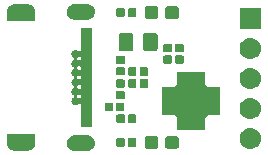
<source format=gbr>
G04 #@! TF.GenerationSoftware,KiCad,Pcbnew,5.1.1*
G04 #@! TF.CreationDate,2019-04-20T22:30:45+02:00*
G04 #@! TF.ProjectId,darling,6461726c-696e-4672-9e6b-696361645f70,rev?*
G04 #@! TF.SameCoordinates,Original*
G04 #@! TF.FileFunction,Soldermask,Top*
G04 #@! TF.FilePolarity,Negative*
%FSLAX46Y46*%
G04 Gerber Fmt 4.6, Leading zero omitted, Abs format (unit mm)*
G04 Created by KiCad (PCBNEW 5.1.1) date 2019-04-20 22:30:45*
%MOMM*%
%LPD*%
G04 APERTURE LIST*
%ADD10C,0.100000*%
G04 APERTURE END LIST*
D10*
G36*
X120759802Y-128250723D02*
G01*
X120769225Y-128253581D01*
X120769227Y-128253582D01*
X120777913Y-128258225D01*
X120777914Y-128258226D01*
X120777916Y-128258227D01*
X120785527Y-128264473D01*
X120791773Y-128272084D01*
X120796419Y-128280775D01*
X120799277Y-128290198D01*
X120800847Y-128306141D01*
X120800847Y-129043856D01*
X120800798Y-129044354D01*
X120800358Y-129053988D01*
X120800325Y-129053987D01*
X120799734Y-129068089D01*
X120792110Y-129151851D01*
X120790356Y-129163440D01*
X120788528Y-129172346D01*
X120788189Y-129174058D01*
X120786449Y-129183181D01*
X120783838Y-129193971D01*
X120760103Y-129274617D01*
X120756129Y-129285653D01*
X120752613Y-129294019D01*
X120751952Y-129295623D01*
X120748456Y-129304274D01*
X120743806Y-129314337D01*
X120704864Y-129388825D01*
X120698815Y-129398894D01*
X120693745Y-129406410D01*
X120692770Y-129407877D01*
X120687664Y-129415680D01*
X120681163Y-129424630D01*
X120628477Y-129490158D01*
X120620599Y-129498845D01*
X120614138Y-129505261D01*
X120612909Y-129506498D01*
X120606388Y-129513157D01*
X120598279Y-129520666D01*
X120533839Y-129574738D01*
X120524472Y-129581692D01*
X120516844Y-129586760D01*
X120515405Y-129587731D01*
X120507743Y-129592977D01*
X120498324Y-129598772D01*
X120424601Y-129639302D01*
X120414079Y-129644296D01*
X120405655Y-129647768D01*
X120404046Y-129648445D01*
X120395474Y-129652119D01*
X120385086Y-129655982D01*
X120304962Y-129681398D01*
X120293572Y-129684280D01*
X120284649Y-129686047D01*
X120282939Y-129686398D01*
X120273854Y-129688329D01*
X120262908Y-129690102D01*
X120179378Y-129699472D01*
X120169084Y-129700012D01*
X120168653Y-129700035D01*
X120154632Y-129700819D01*
X120151535Y-129700841D01*
X120150953Y-129700843D01*
X120150082Y-129700843D01*
X120149917Y-129700847D01*
X119050700Y-129700847D01*
X119040439Y-129700237D01*
X119039130Y-129700166D01*
X119027347Y-129699589D01*
X118943703Y-129691388D01*
X118932103Y-129689550D01*
X118923226Y-129687664D01*
X118921520Y-129687314D01*
X118912364Y-129685501D01*
X118901625Y-129682824D01*
X118821376Y-129658596D01*
X118821085Y-129658503D01*
X118810120Y-129654469D01*
X118801713Y-129650866D01*
X118800104Y-129650190D01*
X118791549Y-129646664D01*
X118781518Y-129641944D01*
X118707319Y-129602492D01*
X118697282Y-129596365D01*
X118689849Y-129591275D01*
X118688400Y-129590298D01*
X118680586Y-129585107D01*
X118671654Y-129578521D01*
X118606514Y-129525393D01*
X118597882Y-129517455D01*
X118591516Y-129510955D01*
X118590297Y-129509728D01*
X118583681Y-129503157D01*
X118576215Y-129494979D01*
X118522612Y-129430186D01*
X118515697Y-129420736D01*
X118510724Y-129413137D01*
X118509759Y-129411685D01*
X118504545Y-129403955D01*
X118498809Y-129394484D01*
X118458797Y-129320483D01*
X118453867Y-129309904D01*
X118450461Y-129301474D01*
X118449798Y-129299866D01*
X118446182Y-129291263D01*
X118442396Y-129280860D01*
X118417466Y-129200324D01*
X118417290Y-129199549D01*
X118414734Y-129189146D01*
X118413027Y-129180201D01*
X118412691Y-129178505D01*
X118410818Y-129169379D01*
X118409125Y-129158440D01*
X118400337Y-129074830D01*
X118399806Y-129063114D01*
X118399842Y-129057893D01*
X118399243Y-129044771D01*
X118399153Y-129043857D01*
X118399153Y-128306141D01*
X118400723Y-128290198D01*
X118403581Y-128280775D01*
X118408227Y-128272084D01*
X118414473Y-128264473D01*
X118422084Y-128258227D01*
X118422086Y-128258226D01*
X118422087Y-128258225D01*
X118430773Y-128253582D01*
X118430775Y-128253581D01*
X118440198Y-128250723D01*
X118456141Y-128249153D01*
X120743859Y-128249153D01*
X120759802Y-128250723D01*
X120759802Y-128250723D01*
G37*
G36*
X125315486Y-128408229D02*
G01*
X125327423Y-128409405D01*
X125388685Y-128427989D01*
X125449948Y-128446573D01*
X125562868Y-128506930D01*
X125661843Y-128588157D01*
X125743070Y-128687132D01*
X125803427Y-128800052D01*
X125840595Y-128922578D01*
X125853145Y-129050000D01*
X125843052Y-129152471D01*
X125840595Y-129177423D01*
X125839752Y-129180201D01*
X125803427Y-129299948D01*
X125743070Y-129412868D01*
X125661843Y-129511843D01*
X125562868Y-129593070D01*
X125449948Y-129653427D01*
X125388685Y-129672011D01*
X125327423Y-129690595D01*
X125319371Y-129691388D01*
X125231932Y-129700000D01*
X124068068Y-129700000D01*
X123980629Y-129691388D01*
X123972577Y-129690595D01*
X123911315Y-129672011D01*
X123850052Y-129653427D01*
X123737132Y-129593070D01*
X123638157Y-129511843D01*
X123556930Y-129412868D01*
X123496573Y-129299948D01*
X123460248Y-129180201D01*
X123459405Y-129177423D01*
X123456948Y-129152471D01*
X123446855Y-129050000D01*
X123459405Y-128922578D01*
X123496573Y-128800052D01*
X123556930Y-128687132D01*
X123638157Y-128588157D01*
X123737132Y-128506930D01*
X123850052Y-128446573D01*
X123911315Y-128427989D01*
X123972577Y-128409405D01*
X123984514Y-128408229D01*
X124068068Y-128400000D01*
X125231932Y-128400000D01*
X125315486Y-128408229D01*
X125315486Y-128408229D01*
G37*
G36*
X139110443Y-127765519D02*
G01*
X139176627Y-127772037D01*
X139346466Y-127823557D01*
X139502991Y-127907222D01*
X139538729Y-127936552D01*
X139640186Y-128019814D01*
X139723448Y-128121271D01*
X139752778Y-128157009D01*
X139752779Y-128157011D01*
X139806880Y-128258225D01*
X139836443Y-128313534D01*
X139887963Y-128483373D01*
X139905359Y-128660000D01*
X139887963Y-128836627D01*
X139861890Y-128922577D01*
X139836442Y-129006468D01*
X139807774Y-129060102D01*
X139752778Y-129162991D01*
X139738654Y-129180201D01*
X139640186Y-129300186D01*
X139538729Y-129383448D01*
X139502991Y-129412778D01*
X139502319Y-129413137D01*
X139355325Y-129491708D01*
X139346466Y-129496443D01*
X139176627Y-129547963D01*
X139110443Y-129554481D01*
X139044260Y-129561000D01*
X138955740Y-129561000D01*
X138889557Y-129554481D01*
X138823373Y-129547963D01*
X138653534Y-129496443D01*
X138644676Y-129491708D01*
X138497681Y-129413137D01*
X138497009Y-129412778D01*
X138461271Y-129383448D01*
X138359814Y-129300186D01*
X138261346Y-129180201D01*
X138247222Y-129162991D01*
X138192226Y-129060102D01*
X138163558Y-129006468D01*
X138138110Y-128922577D01*
X138112037Y-128836627D01*
X138094641Y-128660000D01*
X138112037Y-128483373D01*
X138163557Y-128313534D01*
X138193121Y-128258225D01*
X138247221Y-128157011D01*
X138247222Y-128157009D01*
X138276552Y-128121271D01*
X138359814Y-128019814D01*
X138461271Y-127936552D01*
X138497009Y-127907222D01*
X138653534Y-127823557D01*
X138823373Y-127772037D01*
X138889557Y-127765519D01*
X138955740Y-127759000D01*
X139044260Y-127759000D01*
X139110443Y-127765519D01*
X139110443Y-127765519D01*
G37*
G36*
X132789499Y-128478445D02*
G01*
X132826995Y-128489820D01*
X132861554Y-128508292D01*
X132891847Y-128533153D01*
X132916708Y-128563446D01*
X132935180Y-128598005D01*
X132946555Y-128635501D01*
X132951000Y-128680638D01*
X132951000Y-129319362D01*
X132946555Y-129364499D01*
X132935180Y-129401995D01*
X132916708Y-129436554D01*
X132891847Y-129466847D01*
X132861554Y-129491708D01*
X132826995Y-129510180D01*
X132789499Y-129521555D01*
X132744362Y-129526000D01*
X132005638Y-129526000D01*
X131960501Y-129521555D01*
X131923005Y-129510180D01*
X131888446Y-129491708D01*
X131858153Y-129466847D01*
X131833292Y-129436554D01*
X131814820Y-129401995D01*
X131803445Y-129364499D01*
X131799000Y-129319362D01*
X131799000Y-128680638D01*
X131803445Y-128635501D01*
X131814820Y-128598005D01*
X131833292Y-128563446D01*
X131858153Y-128533153D01*
X131888446Y-128508292D01*
X131923005Y-128489820D01*
X131960501Y-128478445D01*
X132005638Y-128474000D01*
X132744362Y-128474000D01*
X132789499Y-128478445D01*
X132789499Y-128478445D01*
G37*
G36*
X131039499Y-128478445D02*
G01*
X131076995Y-128489820D01*
X131111554Y-128508292D01*
X131141847Y-128533153D01*
X131166708Y-128563446D01*
X131185180Y-128598005D01*
X131196555Y-128635501D01*
X131201000Y-128680638D01*
X131201000Y-129319362D01*
X131196555Y-129364499D01*
X131185180Y-129401995D01*
X131166708Y-129436554D01*
X131141847Y-129466847D01*
X131111554Y-129491708D01*
X131076995Y-129510180D01*
X131039499Y-129521555D01*
X130994362Y-129526000D01*
X130255638Y-129526000D01*
X130210501Y-129521555D01*
X130173005Y-129510180D01*
X130138446Y-129491708D01*
X130108153Y-129466847D01*
X130083292Y-129436554D01*
X130064820Y-129401995D01*
X130053445Y-129364499D01*
X130049000Y-129319362D01*
X130049000Y-128680638D01*
X130053445Y-128635501D01*
X130064820Y-128598005D01*
X130083292Y-128563446D01*
X130108153Y-128533153D01*
X130138446Y-128508292D01*
X130173005Y-128489820D01*
X130210501Y-128478445D01*
X130255638Y-128474000D01*
X130994362Y-128474000D01*
X131039499Y-128478445D01*
X131039499Y-128478445D01*
G37*
G36*
X128271938Y-128631716D02*
G01*
X128292557Y-128637971D01*
X128311553Y-128648124D01*
X128328208Y-128661792D01*
X128341876Y-128678447D01*
X128352029Y-128697443D01*
X128358284Y-128718062D01*
X128361000Y-128745640D01*
X128361000Y-129254360D01*
X128358284Y-129281938D01*
X128352029Y-129302557D01*
X128341876Y-129321553D01*
X128328208Y-129338208D01*
X128311553Y-129351876D01*
X128292557Y-129362029D01*
X128271938Y-129368284D01*
X128244360Y-129371000D01*
X127785640Y-129371000D01*
X127758062Y-129368284D01*
X127737443Y-129362029D01*
X127718447Y-129351876D01*
X127701792Y-129338208D01*
X127688124Y-129321553D01*
X127677971Y-129302557D01*
X127671716Y-129281938D01*
X127669000Y-129254360D01*
X127669000Y-128745640D01*
X127671716Y-128718062D01*
X127677971Y-128697443D01*
X127688124Y-128678447D01*
X127701792Y-128661792D01*
X127718447Y-128648124D01*
X127737443Y-128637971D01*
X127758062Y-128631716D01*
X127785640Y-128629000D01*
X128244360Y-128629000D01*
X128271938Y-128631716D01*
X128271938Y-128631716D01*
G37*
G36*
X129241938Y-128631716D02*
G01*
X129262557Y-128637971D01*
X129281553Y-128648124D01*
X129298208Y-128661792D01*
X129311876Y-128678447D01*
X129322029Y-128697443D01*
X129328284Y-128718062D01*
X129331000Y-128745640D01*
X129331000Y-129254360D01*
X129328284Y-129281938D01*
X129322029Y-129302557D01*
X129311876Y-129321553D01*
X129298208Y-129338208D01*
X129281553Y-129351876D01*
X129262557Y-129362029D01*
X129241938Y-129368284D01*
X129214360Y-129371000D01*
X128755640Y-129371000D01*
X128728062Y-129368284D01*
X128707443Y-129362029D01*
X128688447Y-129351876D01*
X128671792Y-129338208D01*
X128658124Y-129321553D01*
X128647971Y-129302557D01*
X128641716Y-129281938D01*
X128639000Y-129254360D01*
X128639000Y-128745640D01*
X128641716Y-128718062D01*
X128647971Y-128697443D01*
X128658124Y-128678447D01*
X128671792Y-128661792D01*
X128688447Y-128648124D01*
X128707443Y-128637971D01*
X128728062Y-128631716D01*
X128755640Y-128629000D01*
X129214360Y-128629000D01*
X129241938Y-128631716D01*
X129241938Y-128631716D01*
G37*
G36*
X135201000Y-124074001D02*
G01*
X135203402Y-124098387D01*
X135210515Y-124121836D01*
X135222066Y-124143447D01*
X135237611Y-124162389D01*
X135256553Y-124177934D01*
X135278164Y-124189485D01*
X135301613Y-124196598D01*
X135303242Y-124196758D01*
X135303402Y-124198387D01*
X135310515Y-124221836D01*
X135322066Y-124243447D01*
X135337611Y-124262389D01*
X135356553Y-124277934D01*
X135378164Y-124289485D01*
X135401613Y-124296598D01*
X135425999Y-124299000D01*
X136451000Y-124299000D01*
X136451000Y-126701000D01*
X135425999Y-126701000D01*
X135401613Y-126703402D01*
X135378164Y-126710515D01*
X135356553Y-126722066D01*
X135337611Y-126737611D01*
X135322066Y-126756553D01*
X135310515Y-126778164D01*
X135303402Y-126801613D01*
X135303242Y-126803242D01*
X135301613Y-126803402D01*
X135278164Y-126810515D01*
X135256553Y-126822066D01*
X135237611Y-126837611D01*
X135222066Y-126856553D01*
X135210515Y-126878164D01*
X135203402Y-126901613D01*
X135201000Y-126925999D01*
X135201000Y-127951000D01*
X132799000Y-127951000D01*
X132799000Y-126925999D01*
X132796598Y-126901613D01*
X132789485Y-126878164D01*
X132777934Y-126856553D01*
X132762389Y-126837611D01*
X132743447Y-126822066D01*
X132721836Y-126810515D01*
X132698387Y-126803402D01*
X132696758Y-126803242D01*
X132696598Y-126801613D01*
X132689485Y-126778164D01*
X132677934Y-126756553D01*
X132662389Y-126737611D01*
X132643447Y-126722066D01*
X132621836Y-126710515D01*
X132598387Y-126703402D01*
X132574001Y-126701000D01*
X131549000Y-126701000D01*
X131549000Y-124299000D01*
X132574001Y-124299000D01*
X132598387Y-124296598D01*
X132621836Y-124289485D01*
X132643447Y-124277934D01*
X132662389Y-124262389D01*
X132677934Y-124243447D01*
X132689485Y-124221836D01*
X132696598Y-124198387D01*
X132696758Y-124196758D01*
X132698387Y-124196598D01*
X132721836Y-124189485D01*
X132743447Y-124177934D01*
X132762389Y-124162389D01*
X132777934Y-124143447D01*
X132789485Y-124121836D01*
X132796598Y-124098387D01*
X132799000Y-124074001D01*
X132799000Y-123049000D01*
X135201000Y-123049000D01*
X135201000Y-124074001D01*
X135201000Y-124074001D01*
G37*
G36*
X125600000Y-127695000D02*
G01*
X124650000Y-127695000D01*
X124650000Y-125846749D01*
X124647598Y-125822363D01*
X124640485Y-125798914D01*
X124628934Y-125777303D01*
X124613389Y-125758361D01*
X124594447Y-125742816D01*
X124572836Y-125731265D01*
X124549387Y-125724152D01*
X124525001Y-125721750D01*
X124500615Y-125724152D01*
X124477166Y-125731265D01*
X124455555Y-125742816D01*
X124436619Y-125758356D01*
X124423112Y-125771863D01*
X124365787Y-125810166D01*
X124302091Y-125836550D01*
X124251377Y-125846638D01*
X124234473Y-125850000D01*
X124165527Y-125850000D01*
X124148623Y-125846638D01*
X124097909Y-125836550D01*
X124034213Y-125810166D01*
X123976888Y-125771863D01*
X123928137Y-125723112D01*
X123889834Y-125665787D01*
X123863450Y-125602091D01*
X123850000Y-125534472D01*
X123850000Y-125465528D01*
X123863450Y-125397909D01*
X123889834Y-125334213D01*
X123928137Y-125276888D01*
X123976888Y-125228137D01*
X124013112Y-125203933D01*
X124032054Y-125188388D01*
X124047600Y-125169446D01*
X124059151Y-125147835D01*
X124066264Y-125124387D01*
X124068666Y-125100000D01*
X124331334Y-125100000D01*
X124333736Y-125124386D01*
X124340849Y-125147835D01*
X124352400Y-125169445D01*
X124367945Y-125188387D01*
X124386888Y-125203933D01*
X124423112Y-125228137D01*
X124436619Y-125241644D01*
X124455555Y-125257184D01*
X124477166Y-125268735D01*
X124500615Y-125275848D01*
X124525001Y-125278250D01*
X124549387Y-125275848D01*
X124572836Y-125268735D01*
X124594447Y-125257184D01*
X124613389Y-125241639D01*
X124628934Y-125222697D01*
X124640485Y-125201086D01*
X124647598Y-125177637D01*
X124650000Y-125153251D01*
X124650000Y-125046749D01*
X124647598Y-125022363D01*
X124640485Y-124998914D01*
X124628934Y-124977303D01*
X124613389Y-124958361D01*
X124594447Y-124942816D01*
X124572836Y-124931265D01*
X124549387Y-124924152D01*
X124525001Y-124921750D01*
X124500615Y-124924152D01*
X124477166Y-124931265D01*
X124455555Y-124942816D01*
X124436619Y-124958356D01*
X124423112Y-124971863D01*
X124423109Y-124971865D01*
X124386888Y-124996067D01*
X124367946Y-125011612D01*
X124352400Y-125030554D01*
X124340849Y-125052165D01*
X124333736Y-125075613D01*
X124331334Y-125100000D01*
X124068666Y-125100000D01*
X124066264Y-125075614D01*
X124059151Y-125052165D01*
X124047600Y-125030555D01*
X124032055Y-125011613D01*
X124013112Y-124996067D01*
X123976891Y-124971865D01*
X123976888Y-124971863D01*
X123928137Y-124923112D01*
X123889834Y-124865787D01*
X123863450Y-124802091D01*
X123850000Y-124734472D01*
X123850000Y-124665528D01*
X123863450Y-124597909D01*
X123889834Y-124534213D01*
X123928137Y-124476888D01*
X123976888Y-124428137D01*
X124013112Y-124403933D01*
X124032054Y-124388388D01*
X124047600Y-124369446D01*
X124059151Y-124347835D01*
X124066264Y-124324387D01*
X124068666Y-124300000D01*
X124331334Y-124300000D01*
X124333736Y-124324386D01*
X124340849Y-124347835D01*
X124352400Y-124369445D01*
X124367945Y-124388387D01*
X124386888Y-124403933D01*
X124423112Y-124428137D01*
X124436619Y-124441644D01*
X124455555Y-124457184D01*
X124477166Y-124468735D01*
X124500615Y-124475848D01*
X124525001Y-124478250D01*
X124549387Y-124475848D01*
X124572836Y-124468735D01*
X124594447Y-124457184D01*
X124613389Y-124441639D01*
X124628934Y-124422697D01*
X124640485Y-124401086D01*
X124647598Y-124377637D01*
X124650000Y-124353251D01*
X124650000Y-124246749D01*
X124647598Y-124222363D01*
X124640485Y-124198914D01*
X124628934Y-124177303D01*
X124613389Y-124158361D01*
X124594447Y-124142816D01*
X124572836Y-124131265D01*
X124549387Y-124124152D01*
X124525001Y-124121750D01*
X124500615Y-124124152D01*
X124477166Y-124131265D01*
X124455555Y-124142816D01*
X124436619Y-124158356D01*
X124423112Y-124171863D01*
X124423109Y-124171865D01*
X124386888Y-124196067D01*
X124367946Y-124211612D01*
X124352400Y-124230554D01*
X124340849Y-124252165D01*
X124333736Y-124275613D01*
X124331334Y-124300000D01*
X124068666Y-124300000D01*
X124066264Y-124275614D01*
X124059151Y-124252165D01*
X124047600Y-124230555D01*
X124032055Y-124211613D01*
X124013112Y-124196067D01*
X123976891Y-124171865D01*
X123976888Y-124171863D01*
X123928137Y-124123112D01*
X123889834Y-124065787D01*
X123863450Y-124002091D01*
X123850000Y-123934472D01*
X123850000Y-123865528D01*
X123863450Y-123797909D01*
X123889834Y-123734213D01*
X123928137Y-123676888D01*
X123976888Y-123628137D01*
X124013112Y-123603933D01*
X124032054Y-123588388D01*
X124047600Y-123569446D01*
X124059151Y-123547835D01*
X124066264Y-123524387D01*
X124068666Y-123500000D01*
X124331334Y-123500000D01*
X124333736Y-123524386D01*
X124340849Y-123547835D01*
X124352400Y-123569445D01*
X124367945Y-123588387D01*
X124386888Y-123603933D01*
X124423112Y-123628137D01*
X124436619Y-123641644D01*
X124455555Y-123657184D01*
X124477166Y-123668735D01*
X124500615Y-123675848D01*
X124525001Y-123678250D01*
X124549387Y-123675848D01*
X124572836Y-123668735D01*
X124594447Y-123657184D01*
X124613389Y-123641639D01*
X124628934Y-123622697D01*
X124640485Y-123601086D01*
X124647598Y-123577637D01*
X124650000Y-123553251D01*
X124650000Y-123446749D01*
X124647598Y-123422363D01*
X124640485Y-123398914D01*
X124628934Y-123377303D01*
X124613389Y-123358361D01*
X124594447Y-123342816D01*
X124572836Y-123331265D01*
X124549387Y-123324152D01*
X124525001Y-123321750D01*
X124500615Y-123324152D01*
X124477166Y-123331265D01*
X124455555Y-123342816D01*
X124436619Y-123358356D01*
X124423112Y-123371863D01*
X124423109Y-123371865D01*
X124386888Y-123396067D01*
X124367946Y-123411612D01*
X124352400Y-123430554D01*
X124340849Y-123452165D01*
X124333736Y-123475613D01*
X124331334Y-123500000D01*
X124068666Y-123500000D01*
X124066264Y-123475614D01*
X124059151Y-123452165D01*
X124047600Y-123430555D01*
X124032055Y-123411613D01*
X124013112Y-123396067D01*
X123976891Y-123371865D01*
X123976888Y-123371863D01*
X123928137Y-123323112D01*
X123889834Y-123265787D01*
X123863450Y-123202091D01*
X123850000Y-123134472D01*
X123850000Y-123065528D01*
X123863450Y-122997909D01*
X123889834Y-122934213D01*
X123928137Y-122876888D01*
X123976888Y-122828137D01*
X124013112Y-122803933D01*
X124032054Y-122788388D01*
X124047600Y-122769446D01*
X124059151Y-122747835D01*
X124066264Y-122724387D01*
X124068666Y-122700000D01*
X124331334Y-122700000D01*
X124333736Y-122724386D01*
X124340849Y-122747835D01*
X124352400Y-122769445D01*
X124367945Y-122788387D01*
X124386888Y-122803933D01*
X124423112Y-122828137D01*
X124436619Y-122841644D01*
X124455555Y-122857184D01*
X124477166Y-122868735D01*
X124500615Y-122875848D01*
X124525001Y-122878250D01*
X124549387Y-122875848D01*
X124572836Y-122868735D01*
X124594447Y-122857184D01*
X124613389Y-122841639D01*
X124628934Y-122822697D01*
X124640485Y-122801086D01*
X124647598Y-122777637D01*
X124650000Y-122753251D01*
X124650000Y-122646749D01*
X124647598Y-122622363D01*
X124640485Y-122598914D01*
X124628934Y-122577303D01*
X124613389Y-122558361D01*
X124594447Y-122542816D01*
X124572836Y-122531265D01*
X124549387Y-122524152D01*
X124525001Y-122521750D01*
X124500615Y-122524152D01*
X124477166Y-122531265D01*
X124455555Y-122542816D01*
X124436619Y-122558356D01*
X124423112Y-122571863D01*
X124423109Y-122571865D01*
X124386888Y-122596067D01*
X124367946Y-122611612D01*
X124352400Y-122630554D01*
X124340849Y-122652165D01*
X124333736Y-122675613D01*
X124331334Y-122700000D01*
X124068666Y-122700000D01*
X124066264Y-122675614D01*
X124059151Y-122652165D01*
X124047600Y-122630555D01*
X124032055Y-122611613D01*
X124013112Y-122596067D01*
X123976891Y-122571865D01*
X123976888Y-122571863D01*
X123928137Y-122523112D01*
X123889834Y-122465787D01*
X123863450Y-122402091D01*
X123850000Y-122334472D01*
X123850000Y-122265528D01*
X123863450Y-122197909D01*
X123889834Y-122134213D01*
X123928137Y-122076888D01*
X123976888Y-122028137D01*
X124013112Y-122003933D01*
X124032054Y-121988388D01*
X124047600Y-121969446D01*
X124059151Y-121947835D01*
X124066264Y-121924387D01*
X124068666Y-121900000D01*
X124331334Y-121900000D01*
X124333736Y-121924386D01*
X124340849Y-121947835D01*
X124352400Y-121969445D01*
X124367945Y-121988387D01*
X124386888Y-122003933D01*
X124423112Y-122028137D01*
X124436619Y-122041644D01*
X124455555Y-122057184D01*
X124477166Y-122068735D01*
X124500615Y-122075848D01*
X124525001Y-122078250D01*
X124549387Y-122075848D01*
X124572836Y-122068735D01*
X124594447Y-122057184D01*
X124613389Y-122041639D01*
X124628934Y-122022697D01*
X124640485Y-122001086D01*
X124647598Y-121977637D01*
X124650000Y-121953251D01*
X124650000Y-121846749D01*
X124647598Y-121822363D01*
X124640485Y-121798914D01*
X124628934Y-121777303D01*
X124613389Y-121758361D01*
X124594447Y-121742816D01*
X124572836Y-121731265D01*
X124549387Y-121724152D01*
X124525001Y-121721750D01*
X124500615Y-121724152D01*
X124477166Y-121731265D01*
X124455555Y-121742816D01*
X124436619Y-121758356D01*
X124423112Y-121771863D01*
X124423109Y-121771865D01*
X124386888Y-121796067D01*
X124367946Y-121811612D01*
X124352400Y-121830554D01*
X124340849Y-121852165D01*
X124333736Y-121875613D01*
X124331334Y-121900000D01*
X124068666Y-121900000D01*
X124066264Y-121875614D01*
X124059151Y-121852165D01*
X124047600Y-121830555D01*
X124032055Y-121811613D01*
X124013112Y-121796067D01*
X123976891Y-121771865D01*
X123976888Y-121771863D01*
X123928137Y-121723112D01*
X123889834Y-121665787D01*
X123863450Y-121602091D01*
X123853363Y-121551377D01*
X123850000Y-121534473D01*
X123850000Y-121465527D01*
X123853363Y-121448623D01*
X123863450Y-121397909D01*
X123889834Y-121334213D01*
X123928137Y-121276888D01*
X123976888Y-121228137D01*
X124034213Y-121189834D01*
X124097909Y-121163450D01*
X124149184Y-121153251D01*
X124165527Y-121150000D01*
X124234473Y-121150000D01*
X124250816Y-121153251D01*
X124302091Y-121163450D01*
X124365787Y-121189834D01*
X124423112Y-121228137D01*
X124436619Y-121241644D01*
X124455555Y-121257184D01*
X124477166Y-121268735D01*
X124500615Y-121275848D01*
X124525001Y-121278250D01*
X124549387Y-121275848D01*
X124572836Y-121268735D01*
X124594447Y-121257184D01*
X124613389Y-121241639D01*
X124628934Y-121222697D01*
X124640485Y-121201086D01*
X124647598Y-121177637D01*
X124650000Y-121153251D01*
X124650000Y-119305000D01*
X125600000Y-119305000D01*
X125600000Y-127695000D01*
X125600000Y-127695000D01*
G37*
G36*
X129241938Y-126631716D02*
G01*
X129262557Y-126637971D01*
X129281553Y-126648124D01*
X129298208Y-126661792D01*
X129311876Y-126678447D01*
X129322029Y-126697443D01*
X129328284Y-126718062D01*
X129331000Y-126745640D01*
X129331000Y-127254360D01*
X129328284Y-127281938D01*
X129322029Y-127302557D01*
X129311876Y-127321553D01*
X129298208Y-127338208D01*
X129281553Y-127351876D01*
X129262557Y-127362029D01*
X129241938Y-127368284D01*
X129214360Y-127371000D01*
X128755640Y-127371000D01*
X128728062Y-127368284D01*
X128707443Y-127362029D01*
X128688447Y-127351876D01*
X128671792Y-127338208D01*
X128658124Y-127321553D01*
X128647971Y-127302557D01*
X128641716Y-127281938D01*
X128639000Y-127254360D01*
X128639000Y-126745640D01*
X128641716Y-126718062D01*
X128647971Y-126697443D01*
X128658124Y-126678447D01*
X128671792Y-126661792D01*
X128688447Y-126648124D01*
X128707443Y-126637971D01*
X128728062Y-126631716D01*
X128755640Y-126629000D01*
X129214360Y-126629000D01*
X129241938Y-126631716D01*
X129241938Y-126631716D01*
G37*
G36*
X128271938Y-126631716D02*
G01*
X128292557Y-126637971D01*
X128311553Y-126648124D01*
X128328208Y-126661792D01*
X128341876Y-126678447D01*
X128352029Y-126697443D01*
X128358284Y-126718062D01*
X128361000Y-126745640D01*
X128361000Y-127254360D01*
X128358284Y-127281938D01*
X128352029Y-127302557D01*
X128341876Y-127321553D01*
X128328208Y-127338208D01*
X128311553Y-127351876D01*
X128292557Y-127362029D01*
X128271938Y-127368284D01*
X128244360Y-127371000D01*
X127785640Y-127371000D01*
X127758062Y-127368284D01*
X127737443Y-127362029D01*
X127718447Y-127351876D01*
X127701792Y-127338208D01*
X127688124Y-127321553D01*
X127677971Y-127302557D01*
X127671716Y-127281938D01*
X127669000Y-127254360D01*
X127669000Y-126745640D01*
X127671716Y-126718062D01*
X127677971Y-126697443D01*
X127688124Y-126678447D01*
X127701792Y-126661792D01*
X127718447Y-126648124D01*
X127737443Y-126637971D01*
X127758062Y-126631716D01*
X127785640Y-126629000D01*
X128244360Y-126629000D01*
X128271938Y-126631716D01*
X128271938Y-126631716D01*
G37*
G36*
X139097096Y-125224204D02*
G01*
X139176627Y-125232037D01*
X139346466Y-125283557D01*
X139346468Y-125283558D01*
X139424729Y-125325390D01*
X139502991Y-125367222D01*
X139538729Y-125396552D01*
X139640186Y-125479814D01*
X139723448Y-125581271D01*
X139752778Y-125617009D01*
X139836443Y-125773534D01*
X139887963Y-125943373D01*
X139905359Y-126120000D01*
X139887963Y-126296627D01*
X139836443Y-126466466D01*
X139752778Y-126622991D01*
X139740484Y-126637971D01*
X139640186Y-126760186D01*
X139545842Y-126837611D01*
X139502991Y-126872778D01*
X139346466Y-126956443D01*
X139176627Y-127007963D01*
X139110442Y-127014482D01*
X139044260Y-127021000D01*
X138955740Y-127021000D01*
X138889558Y-127014482D01*
X138823373Y-127007963D01*
X138653534Y-126956443D01*
X138497009Y-126872778D01*
X138454158Y-126837611D01*
X138359814Y-126760186D01*
X138259516Y-126637971D01*
X138247222Y-126622991D01*
X138163557Y-126466466D01*
X138112037Y-126296627D01*
X138094641Y-126120000D01*
X138112037Y-125943373D01*
X138163557Y-125773534D01*
X138247222Y-125617009D01*
X138276552Y-125581271D01*
X138359814Y-125479814D01*
X138461271Y-125396552D01*
X138497009Y-125367222D01*
X138575272Y-125325389D01*
X138653532Y-125283558D01*
X138653534Y-125283557D01*
X138823373Y-125232037D01*
X138902904Y-125224204D01*
X138955740Y-125219000D01*
X139044260Y-125219000D01*
X139097096Y-125224204D01*
X139097096Y-125224204D01*
G37*
G36*
X127271938Y-125631716D02*
G01*
X127292557Y-125637971D01*
X127311553Y-125648124D01*
X127328208Y-125661792D01*
X127341876Y-125678447D01*
X127352029Y-125697443D01*
X127358284Y-125718062D01*
X127361000Y-125745640D01*
X127361000Y-126254360D01*
X127358284Y-126281938D01*
X127352029Y-126302557D01*
X127341876Y-126321553D01*
X127328208Y-126338208D01*
X127311553Y-126351876D01*
X127292557Y-126362029D01*
X127271938Y-126368284D01*
X127244360Y-126371000D01*
X126785640Y-126371000D01*
X126758062Y-126368284D01*
X126737443Y-126362029D01*
X126718447Y-126351876D01*
X126701792Y-126338208D01*
X126688124Y-126321553D01*
X126677971Y-126302557D01*
X126671716Y-126281938D01*
X126669000Y-126254360D01*
X126669000Y-125745640D01*
X126671716Y-125718062D01*
X126677971Y-125697443D01*
X126688124Y-125678447D01*
X126701792Y-125661792D01*
X126718447Y-125648124D01*
X126737443Y-125637971D01*
X126758062Y-125631716D01*
X126785640Y-125629000D01*
X127244360Y-125629000D01*
X127271938Y-125631716D01*
X127271938Y-125631716D01*
G37*
G36*
X128241938Y-125631716D02*
G01*
X128262557Y-125637971D01*
X128281553Y-125648124D01*
X128298208Y-125661792D01*
X128311876Y-125678447D01*
X128322029Y-125697443D01*
X128328284Y-125718062D01*
X128331000Y-125745640D01*
X128331000Y-126254360D01*
X128328284Y-126281938D01*
X128322029Y-126302557D01*
X128311876Y-126321553D01*
X128298208Y-126338208D01*
X128281553Y-126351876D01*
X128262557Y-126362029D01*
X128241938Y-126368284D01*
X128214360Y-126371000D01*
X127755640Y-126371000D01*
X127728062Y-126368284D01*
X127707443Y-126362029D01*
X127688447Y-126351876D01*
X127671792Y-126338208D01*
X127658124Y-126321553D01*
X127647971Y-126302557D01*
X127641716Y-126281938D01*
X127639000Y-126254360D01*
X127639000Y-125745640D01*
X127641716Y-125718062D01*
X127647971Y-125697443D01*
X127658124Y-125678447D01*
X127671792Y-125661792D01*
X127688447Y-125648124D01*
X127707443Y-125637971D01*
X127728062Y-125631716D01*
X127755640Y-125629000D01*
X128214360Y-125629000D01*
X128241938Y-125631716D01*
X128241938Y-125631716D01*
G37*
G36*
X128281938Y-124641716D02*
G01*
X128302557Y-124647971D01*
X128321553Y-124658124D01*
X128338208Y-124671792D01*
X128351876Y-124688447D01*
X128362029Y-124707443D01*
X128368284Y-124728062D01*
X128371000Y-124755640D01*
X128371000Y-125214360D01*
X128368284Y-125241938D01*
X128362029Y-125262557D01*
X128351876Y-125281553D01*
X128338208Y-125298208D01*
X128321553Y-125311876D01*
X128302557Y-125322029D01*
X128281938Y-125328284D01*
X128254360Y-125331000D01*
X127745640Y-125331000D01*
X127718062Y-125328284D01*
X127697443Y-125322029D01*
X127678447Y-125311876D01*
X127661792Y-125298208D01*
X127648124Y-125281553D01*
X127637971Y-125262557D01*
X127631716Y-125241938D01*
X127629000Y-125214360D01*
X127629000Y-124755640D01*
X127631716Y-124728062D01*
X127637971Y-124707443D01*
X127648124Y-124688447D01*
X127661792Y-124671792D01*
X127678447Y-124658124D01*
X127697443Y-124647971D01*
X127718062Y-124641716D01*
X127745640Y-124639000D01*
X128254360Y-124639000D01*
X128281938Y-124641716D01*
X128281938Y-124641716D01*
G37*
G36*
X139110442Y-122685518D02*
G01*
X139176627Y-122692037D01*
X139346466Y-122743557D01*
X139502991Y-122827222D01*
X139520558Y-122841639D01*
X139640186Y-122939814D01*
X139723448Y-123041271D01*
X139752778Y-123077009D01*
X139836443Y-123233534D01*
X139887963Y-123403373D01*
X139905359Y-123580000D01*
X139887963Y-123756627D01*
X139854928Y-123865528D01*
X139836442Y-123926468D01*
X139823329Y-123951000D01*
X139752778Y-124082991D01*
X139723448Y-124118729D01*
X139640186Y-124220186D01*
X139552000Y-124292557D01*
X139502991Y-124332778D01*
X139346466Y-124416443D01*
X139176627Y-124467963D01*
X139110443Y-124474481D01*
X139044260Y-124481000D01*
X138955740Y-124481000D01*
X138889557Y-124474481D01*
X138823373Y-124467963D01*
X138653534Y-124416443D01*
X138497009Y-124332778D01*
X138448000Y-124292557D01*
X138359814Y-124220186D01*
X138276552Y-124118729D01*
X138247222Y-124082991D01*
X138176671Y-123951000D01*
X138163558Y-123926468D01*
X138145072Y-123865528D01*
X138112037Y-123756627D01*
X138094641Y-123580000D01*
X138112037Y-123403373D01*
X138163557Y-123233534D01*
X138247222Y-123077009D01*
X138276552Y-123041271D01*
X138359814Y-122939814D01*
X138479442Y-122841639D01*
X138497009Y-122827222D01*
X138653534Y-122743557D01*
X138823373Y-122692037D01*
X138889558Y-122685518D01*
X138955740Y-122679000D01*
X139044260Y-122679000D01*
X139110442Y-122685518D01*
X139110442Y-122685518D01*
G37*
G36*
X130241938Y-123631716D02*
G01*
X130262557Y-123637971D01*
X130281553Y-123648124D01*
X130298208Y-123661792D01*
X130311876Y-123678447D01*
X130322029Y-123697443D01*
X130328284Y-123718062D01*
X130331000Y-123745640D01*
X130331000Y-124254360D01*
X130328284Y-124281938D01*
X130322029Y-124302557D01*
X130311876Y-124321553D01*
X130298208Y-124338208D01*
X130281553Y-124351876D01*
X130262557Y-124362029D01*
X130241938Y-124368284D01*
X130214360Y-124371000D01*
X129755640Y-124371000D01*
X129728062Y-124368284D01*
X129707443Y-124362029D01*
X129688447Y-124351876D01*
X129671792Y-124338208D01*
X129658124Y-124321553D01*
X129647971Y-124302557D01*
X129641716Y-124281938D01*
X129639000Y-124254360D01*
X129639000Y-123745640D01*
X129641716Y-123718062D01*
X129647971Y-123697443D01*
X129658124Y-123678447D01*
X129671792Y-123661792D01*
X129688447Y-123648124D01*
X129707443Y-123637971D01*
X129728062Y-123631716D01*
X129755640Y-123629000D01*
X130214360Y-123629000D01*
X130241938Y-123631716D01*
X130241938Y-123631716D01*
G37*
G36*
X129271938Y-123631716D02*
G01*
X129292557Y-123637971D01*
X129311553Y-123648124D01*
X129328208Y-123661792D01*
X129341876Y-123678447D01*
X129352029Y-123697443D01*
X129358284Y-123718062D01*
X129361000Y-123745640D01*
X129361000Y-124254360D01*
X129358284Y-124281938D01*
X129352029Y-124302557D01*
X129341876Y-124321553D01*
X129328208Y-124338208D01*
X129311553Y-124351876D01*
X129292557Y-124362029D01*
X129271938Y-124368284D01*
X129244360Y-124371000D01*
X128785640Y-124371000D01*
X128758062Y-124368284D01*
X128737443Y-124362029D01*
X128718447Y-124351876D01*
X128701792Y-124338208D01*
X128688124Y-124321553D01*
X128677971Y-124302557D01*
X128671716Y-124281938D01*
X128669000Y-124254360D01*
X128669000Y-123745640D01*
X128671716Y-123718062D01*
X128677971Y-123697443D01*
X128688124Y-123678447D01*
X128701792Y-123661792D01*
X128718447Y-123648124D01*
X128737443Y-123637971D01*
X128758062Y-123631716D01*
X128785640Y-123629000D01*
X129244360Y-123629000D01*
X129271938Y-123631716D01*
X129271938Y-123631716D01*
G37*
G36*
X128281938Y-123671716D02*
G01*
X128302557Y-123677971D01*
X128321553Y-123688124D01*
X128338208Y-123701792D01*
X128351876Y-123718447D01*
X128362029Y-123737443D01*
X128368284Y-123758062D01*
X128371000Y-123785640D01*
X128371000Y-124244360D01*
X128368284Y-124271938D01*
X128362029Y-124292557D01*
X128351876Y-124311553D01*
X128338208Y-124328208D01*
X128321553Y-124341876D01*
X128302557Y-124352029D01*
X128281938Y-124358284D01*
X128254360Y-124361000D01*
X127745640Y-124361000D01*
X127718062Y-124358284D01*
X127697443Y-124352029D01*
X127678447Y-124341876D01*
X127661792Y-124328208D01*
X127648124Y-124311553D01*
X127637971Y-124292557D01*
X127631716Y-124271938D01*
X127629000Y-124244360D01*
X127629000Y-123785640D01*
X127631716Y-123758062D01*
X127637971Y-123737443D01*
X127648124Y-123718447D01*
X127661792Y-123701792D01*
X127678447Y-123688124D01*
X127697443Y-123677971D01*
X127718062Y-123671716D01*
X127745640Y-123669000D01*
X128254360Y-123669000D01*
X128281938Y-123671716D01*
X128281938Y-123671716D01*
G37*
G36*
X129271938Y-122631716D02*
G01*
X129292557Y-122637971D01*
X129311553Y-122648124D01*
X129328208Y-122661792D01*
X129341876Y-122678447D01*
X129352029Y-122697443D01*
X129358284Y-122718062D01*
X129361000Y-122745640D01*
X129361000Y-123254360D01*
X129358284Y-123281938D01*
X129352029Y-123302557D01*
X129341876Y-123321553D01*
X129328208Y-123338208D01*
X129311553Y-123351876D01*
X129292557Y-123362029D01*
X129271938Y-123368284D01*
X129244360Y-123371000D01*
X128785640Y-123371000D01*
X128758062Y-123368284D01*
X128737443Y-123362029D01*
X128718447Y-123351876D01*
X128701792Y-123338208D01*
X128688124Y-123321553D01*
X128677971Y-123302557D01*
X128671716Y-123281938D01*
X128669000Y-123254360D01*
X128669000Y-122745640D01*
X128671716Y-122718062D01*
X128677971Y-122697443D01*
X128688124Y-122678447D01*
X128701792Y-122661792D01*
X128718447Y-122648124D01*
X128737443Y-122637971D01*
X128758062Y-122631716D01*
X128785640Y-122629000D01*
X129244360Y-122629000D01*
X129271938Y-122631716D01*
X129271938Y-122631716D01*
G37*
G36*
X130241938Y-122631716D02*
G01*
X130262557Y-122637971D01*
X130281553Y-122648124D01*
X130298208Y-122661792D01*
X130311876Y-122678447D01*
X130322029Y-122697443D01*
X130328284Y-122718062D01*
X130331000Y-122745640D01*
X130331000Y-123254360D01*
X130328284Y-123281938D01*
X130322029Y-123302557D01*
X130311876Y-123321553D01*
X130298208Y-123338208D01*
X130281553Y-123351876D01*
X130262557Y-123362029D01*
X130241938Y-123368284D01*
X130214360Y-123371000D01*
X129755640Y-123371000D01*
X129728062Y-123368284D01*
X129707443Y-123362029D01*
X129688447Y-123351876D01*
X129671792Y-123338208D01*
X129658124Y-123321553D01*
X129647971Y-123302557D01*
X129641716Y-123281938D01*
X129639000Y-123254360D01*
X129639000Y-122745640D01*
X129641716Y-122718062D01*
X129647971Y-122697443D01*
X129658124Y-122678447D01*
X129671792Y-122661792D01*
X129688447Y-122648124D01*
X129707443Y-122637971D01*
X129728062Y-122631716D01*
X129755640Y-122629000D01*
X130214360Y-122629000D01*
X130241938Y-122631716D01*
X130241938Y-122631716D01*
G37*
G36*
X128281938Y-122641716D02*
G01*
X128302557Y-122647971D01*
X128321553Y-122658124D01*
X128338208Y-122671792D01*
X128351876Y-122688447D01*
X128362029Y-122707443D01*
X128368284Y-122728062D01*
X128371000Y-122755640D01*
X128371000Y-123214360D01*
X128368284Y-123241938D01*
X128362029Y-123262557D01*
X128351876Y-123281553D01*
X128338208Y-123298208D01*
X128321553Y-123311876D01*
X128302557Y-123322029D01*
X128281938Y-123328284D01*
X128254360Y-123331000D01*
X127745640Y-123331000D01*
X127718062Y-123328284D01*
X127697443Y-123322029D01*
X127678447Y-123311876D01*
X127661792Y-123298208D01*
X127648124Y-123281553D01*
X127637971Y-123262557D01*
X127631716Y-123241938D01*
X127629000Y-123214360D01*
X127629000Y-122755640D01*
X127631716Y-122728062D01*
X127637971Y-122707443D01*
X127648124Y-122688447D01*
X127661792Y-122671792D01*
X127678447Y-122658124D01*
X127697443Y-122647971D01*
X127718062Y-122641716D01*
X127745640Y-122639000D01*
X128254360Y-122639000D01*
X128281938Y-122641716D01*
X128281938Y-122641716D01*
G37*
G36*
X128281938Y-121671716D02*
G01*
X128302557Y-121677971D01*
X128321553Y-121688124D01*
X128338208Y-121701792D01*
X128351876Y-121718447D01*
X128362029Y-121737443D01*
X128368284Y-121758062D01*
X128371000Y-121785640D01*
X128371000Y-122244360D01*
X128368284Y-122271938D01*
X128362029Y-122292557D01*
X128351876Y-122311553D01*
X128338208Y-122328208D01*
X128321553Y-122341876D01*
X128302557Y-122352029D01*
X128281938Y-122358284D01*
X128254360Y-122361000D01*
X127745640Y-122361000D01*
X127718062Y-122358284D01*
X127697443Y-122352029D01*
X127678447Y-122341876D01*
X127661792Y-122328208D01*
X127648124Y-122311553D01*
X127637971Y-122292557D01*
X127631716Y-122271938D01*
X127629000Y-122244360D01*
X127629000Y-121785640D01*
X127631716Y-121758062D01*
X127637971Y-121737443D01*
X127648124Y-121718447D01*
X127661792Y-121701792D01*
X127678447Y-121688124D01*
X127697443Y-121677971D01*
X127718062Y-121671716D01*
X127745640Y-121669000D01*
X128254360Y-121669000D01*
X128281938Y-121671716D01*
X128281938Y-121671716D01*
G37*
G36*
X132281938Y-121641716D02*
G01*
X132302557Y-121647971D01*
X132321553Y-121658124D01*
X132338208Y-121671792D01*
X132351876Y-121688447D01*
X132362029Y-121707443D01*
X132368284Y-121728062D01*
X132371000Y-121755640D01*
X132371000Y-122214360D01*
X132368284Y-122241938D01*
X132362029Y-122262557D01*
X132351876Y-122281553D01*
X132338208Y-122298208D01*
X132321553Y-122311876D01*
X132302557Y-122322029D01*
X132281938Y-122328284D01*
X132254360Y-122331000D01*
X131745640Y-122331000D01*
X131718062Y-122328284D01*
X131697443Y-122322029D01*
X131678447Y-122311876D01*
X131661792Y-122298208D01*
X131648124Y-122281553D01*
X131637971Y-122262557D01*
X131631716Y-122241938D01*
X131629000Y-122214360D01*
X131629000Y-121755640D01*
X131631716Y-121728062D01*
X131637971Y-121707443D01*
X131648124Y-121688447D01*
X131661792Y-121671792D01*
X131678447Y-121658124D01*
X131697443Y-121647971D01*
X131718062Y-121641716D01*
X131745640Y-121639000D01*
X132254360Y-121639000D01*
X132281938Y-121641716D01*
X132281938Y-121641716D01*
G37*
G36*
X133281938Y-121641716D02*
G01*
X133302557Y-121647971D01*
X133321553Y-121658124D01*
X133338208Y-121671792D01*
X133351876Y-121688447D01*
X133362029Y-121707443D01*
X133368284Y-121728062D01*
X133371000Y-121755640D01*
X133371000Y-122214360D01*
X133368284Y-122241938D01*
X133362029Y-122262557D01*
X133351876Y-122281553D01*
X133338208Y-122298208D01*
X133321553Y-122311876D01*
X133302557Y-122322029D01*
X133281938Y-122328284D01*
X133254360Y-122331000D01*
X132745640Y-122331000D01*
X132718062Y-122328284D01*
X132697443Y-122322029D01*
X132678447Y-122311876D01*
X132661792Y-122298208D01*
X132648124Y-122281553D01*
X132637971Y-122262557D01*
X132631716Y-122241938D01*
X132629000Y-122214360D01*
X132629000Y-121755640D01*
X132631716Y-121728062D01*
X132637971Y-121707443D01*
X132648124Y-121688447D01*
X132661792Y-121671792D01*
X132678447Y-121658124D01*
X132697443Y-121647971D01*
X132718062Y-121641716D01*
X132745640Y-121639000D01*
X133254360Y-121639000D01*
X133281938Y-121641716D01*
X133281938Y-121641716D01*
G37*
G36*
X139110442Y-120145518D02*
G01*
X139176627Y-120152037D01*
X139346466Y-120203557D01*
X139502991Y-120287222D01*
X139538729Y-120316552D01*
X139640186Y-120399814D01*
X139723448Y-120501271D01*
X139752778Y-120537009D01*
X139836443Y-120693534D01*
X139887963Y-120863373D01*
X139905359Y-121040000D01*
X139887963Y-121216627D01*
X139836443Y-121386466D01*
X139752778Y-121542991D01*
X139723448Y-121578729D01*
X139640186Y-121680186D01*
X139545292Y-121758062D01*
X139502991Y-121792778D01*
X139346466Y-121876443D01*
X139176627Y-121927963D01*
X139110443Y-121934481D01*
X139044260Y-121941000D01*
X138955740Y-121941000D01*
X138889557Y-121934481D01*
X138823373Y-121927963D01*
X138653534Y-121876443D01*
X138497009Y-121792778D01*
X138454708Y-121758062D01*
X138359814Y-121680186D01*
X138276552Y-121578729D01*
X138247222Y-121542991D01*
X138163557Y-121386466D01*
X138112037Y-121216627D01*
X138094641Y-121040000D01*
X138112037Y-120863373D01*
X138163557Y-120693534D01*
X138247222Y-120537009D01*
X138276552Y-120501271D01*
X138359814Y-120399814D01*
X138461271Y-120316552D01*
X138497009Y-120287222D01*
X138653534Y-120203557D01*
X138823373Y-120152037D01*
X138889558Y-120145518D01*
X138955740Y-120139000D01*
X139044260Y-120139000D01*
X139110442Y-120145518D01*
X139110442Y-120145518D01*
G37*
G36*
X133281938Y-120671716D02*
G01*
X133302557Y-120677971D01*
X133321553Y-120688124D01*
X133338208Y-120701792D01*
X133351876Y-120718447D01*
X133362029Y-120737443D01*
X133368284Y-120758062D01*
X133371000Y-120785640D01*
X133371000Y-121244360D01*
X133368284Y-121271938D01*
X133362029Y-121292557D01*
X133351876Y-121311553D01*
X133338208Y-121328208D01*
X133321553Y-121341876D01*
X133302557Y-121352029D01*
X133281938Y-121358284D01*
X133254360Y-121361000D01*
X132745640Y-121361000D01*
X132718062Y-121358284D01*
X132697443Y-121352029D01*
X132678447Y-121341876D01*
X132661792Y-121328208D01*
X132648124Y-121311553D01*
X132637971Y-121292557D01*
X132631716Y-121271938D01*
X132629000Y-121244360D01*
X132629000Y-120785640D01*
X132631716Y-120758062D01*
X132637971Y-120737443D01*
X132648124Y-120718447D01*
X132661792Y-120701792D01*
X132678447Y-120688124D01*
X132697443Y-120677971D01*
X132718062Y-120671716D01*
X132745640Y-120669000D01*
X133254360Y-120669000D01*
X133281938Y-120671716D01*
X133281938Y-120671716D01*
G37*
G36*
X132281938Y-120671716D02*
G01*
X132302557Y-120677971D01*
X132321553Y-120688124D01*
X132338208Y-120701792D01*
X132351876Y-120718447D01*
X132362029Y-120737443D01*
X132368284Y-120758062D01*
X132371000Y-120785640D01*
X132371000Y-121244360D01*
X132368284Y-121271938D01*
X132362029Y-121292557D01*
X132351876Y-121311553D01*
X132338208Y-121328208D01*
X132321553Y-121341876D01*
X132302557Y-121352029D01*
X132281938Y-121358284D01*
X132254360Y-121361000D01*
X131745640Y-121361000D01*
X131718062Y-121358284D01*
X131697443Y-121352029D01*
X131678447Y-121341876D01*
X131661792Y-121328208D01*
X131648124Y-121311553D01*
X131637971Y-121292557D01*
X131631716Y-121271938D01*
X131629000Y-121244360D01*
X131629000Y-120785640D01*
X131631716Y-120758062D01*
X131637971Y-120737443D01*
X131648124Y-120718447D01*
X131661792Y-120701792D01*
X131678447Y-120688124D01*
X131697443Y-120677971D01*
X131718062Y-120671716D01*
X131745640Y-120669000D01*
X132254360Y-120669000D01*
X132281938Y-120671716D01*
X132281938Y-120671716D01*
G37*
G36*
X130988674Y-119753465D02*
G01*
X131026367Y-119764899D01*
X131061103Y-119783466D01*
X131091548Y-119808452D01*
X131116534Y-119838897D01*
X131135101Y-119873633D01*
X131146535Y-119911326D01*
X131151000Y-119956661D01*
X131151000Y-121043339D01*
X131146535Y-121088674D01*
X131135101Y-121126367D01*
X131116534Y-121161103D01*
X131091548Y-121191548D01*
X131061103Y-121216534D01*
X131026367Y-121235101D01*
X130988674Y-121246535D01*
X130943339Y-121251000D01*
X130106661Y-121251000D01*
X130061326Y-121246535D01*
X130023633Y-121235101D01*
X129988897Y-121216534D01*
X129958452Y-121191548D01*
X129933466Y-121161103D01*
X129914899Y-121126367D01*
X129903465Y-121088674D01*
X129899000Y-121043339D01*
X129899000Y-119956661D01*
X129903465Y-119911326D01*
X129914899Y-119873633D01*
X129933466Y-119838897D01*
X129958452Y-119808452D01*
X129988897Y-119783466D01*
X130023633Y-119764899D01*
X130061326Y-119753465D01*
X130106661Y-119749000D01*
X130943339Y-119749000D01*
X130988674Y-119753465D01*
X130988674Y-119753465D01*
G37*
G36*
X128938674Y-119753465D02*
G01*
X128976367Y-119764899D01*
X129011103Y-119783466D01*
X129041548Y-119808452D01*
X129066534Y-119838897D01*
X129085101Y-119873633D01*
X129096535Y-119911326D01*
X129101000Y-119956661D01*
X129101000Y-121043339D01*
X129096535Y-121088674D01*
X129085101Y-121126367D01*
X129066534Y-121161103D01*
X129041548Y-121191548D01*
X129011103Y-121216534D01*
X128976367Y-121235101D01*
X128938674Y-121246535D01*
X128893339Y-121251000D01*
X128056661Y-121251000D01*
X128011326Y-121246535D01*
X127973633Y-121235101D01*
X127938897Y-121216534D01*
X127908452Y-121191548D01*
X127883466Y-121161103D01*
X127864899Y-121126367D01*
X127853465Y-121088674D01*
X127849000Y-121043339D01*
X127849000Y-119956661D01*
X127853465Y-119911326D01*
X127864899Y-119873633D01*
X127883466Y-119838897D01*
X127908452Y-119808452D01*
X127938897Y-119783466D01*
X127973633Y-119764899D01*
X128011326Y-119753465D01*
X128056661Y-119749000D01*
X128893339Y-119749000D01*
X128938674Y-119753465D01*
X128938674Y-119753465D01*
G37*
G36*
X139901000Y-119401000D02*
G01*
X138099000Y-119401000D01*
X138099000Y-117599000D01*
X139901000Y-117599000D01*
X139901000Y-119401000D01*
X139901000Y-119401000D01*
G37*
G36*
X120159561Y-117299763D02*
G01*
X120160870Y-117299834D01*
X120172653Y-117300411D01*
X120256302Y-117308612D01*
X120267888Y-117310447D01*
X120276790Y-117312339D01*
X120278497Y-117312689D01*
X120287625Y-117314496D01*
X120298385Y-117317180D01*
X120378839Y-117341470D01*
X120389881Y-117345532D01*
X120398232Y-117349111D01*
X120399836Y-117349785D01*
X120408457Y-117353338D01*
X120418480Y-117358055D01*
X120492685Y-117397510D01*
X120502715Y-117403633D01*
X120510180Y-117408744D01*
X120511619Y-117409715D01*
X120519432Y-117414907D01*
X120528332Y-117421469D01*
X120593495Y-117474615D01*
X120602116Y-117482544D01*
X120608467Y-117489028D01*
X120609682Y-117490251D01*
X120616322Y-117496846D01*
X120623783Y-117505016D01*
X120677388Y-117569814D01*
X120684303Y-117579264D01*
X120689276Y-117586863D01*
X120690241Y-117588315D01*
X120695454Y-117596043D01*
X120701199Y-117605530D01*
X120741175Y-117679465D01*
X120746138Y-117690108D01*
X120749561Y-117698580D01*
X120750226Y-117700193D01*
X120753822Y-117708747D01*
X120757605Y-117719141D01*
X120782481Y-117799499D01*
X120785262Y-117810832D01*
X120786973Y-117819799D01*
X120787309Y-117821495D01*
X120789182Y-117830621D01*
X120790875Y-117841560D01*
X120799663Y-117925170D01*
X120800194Y-117936886D01*
X120800158Y-117942107D01*
X120800757Y-117955229D01*
X120800847Y-117956143D01*
X120800847Y-118693859D01*
X120799277Y-118709802D01*
X120796419Y-118719225D01*
X120791773Y-118727916D01*
X120785527Y-118735527D01*
X120777916Y-118741773D01*
X120777914Y-118741774D01*
X120777913Y-118741775D01*
X120769227Y-118746418D01*
X120769225Y-118746419D01*
X120759802Y-118749277D01*
X120743859Y-118750847D01*
X118456141Y-118750847D01*
X118440198Y-118749277D01*
X118430775Y-118746419D01*
X118430773Y-118746418D01*
X118422087Y-118741775D01*
X118422086Y-118741774D01*
X118422084Y-118741773D01*
X118414473Y-118735527D01*
X118408227Y-118727916D01*
X118403581Y-118719225D01*
X118400723Y-118709802D01*
X118399153Y-118693859D01*
X118399153Y-117956141D01*
X118399202Y-117955643D01*
X118399642Y-117946011D01*
X118399675Y-117946012D01*
X118400266Y-117931910D01*
X118407890Y-117848146D01*
X118409642Y-117836570D01*
X118411474Y-117827644D01*
X118411812Y-117825940D01*
X118413557Y-117816791D01*
X118416159Y-117806035D01*
X118439887Y-117725414D01*
X118443873Y-117714341D01*
X118447406Y-117705937D01*
X118448073Y-117704319D01*
X118451548Y-117695718D01*
X118456195Y-117685660D01*
X118495136Y-117611174D01*
X118501181Y-117601112D01*
X118506268Y-117593571D01*
X118507233Y-117592118D01*
X118512334Y-117584323D01*
X118518837Y-117575372D01*
X118571544Y-117509816D01*
X118579385Y-117501172D01*
X118585846Y-117494755D01*
X118587067Y-117493524D01*
X118593600Y-117486853D01*
X118601730Y-117479325D01*
X118666121Y-117425295D01*
X118675545Y-117418297D01*
X118683156Y-117413240D01*
X118684595Y-117412269D01*
X118692246Y-117407030D01*
X118701699Y-117401214D01*
X118775371Y-117360713D01*
X118785942Y-117355696D01*
X118794283Y-117352258D01*
X118795892Y-117351582D01*
X118804529Y-117347880D01*
X118814920Y-117344016D01*
X118895033Y-117318604D01*
X118906427Y-117315721D01*
X118915336Y-117313957D01*
X118917055Y-117313604D01*
X118926160Y-117311668D01*
X118937080Y-117309899D01*
X119020618Y-117300529D01*
X119030934Y-117299988D01*
X119031378Y-117299964D01*
X119045375Y-117299181D01*
X119048467Y-117299159D01*
X119049048Y-117299157D01*
X119049918Y-117299157D01*
X119050083Y-117299153D01*
X120149300Y-117299153D01*
X120159561Y-117299763D01*
X120159561Y-117299763D01*
G37*
G36*
X125315486Y-117308229D02*
G01*
X125327423Y-117309405D01*
X125357747Y-117318604D01*
X125449948Y-117346573D01*
X125562868Y-117406930D01*
X125661843Y-117488157D01*
X125743070Y-117587132D01*
X125803427Y-117700052D01*
X125814270Y-117735796D01*
X125840267Y-117821495D01*
X125840595Y-117822578D01*
X125853145Y-117950000D01*
X125840595Y-118077422D01*
X125803427Y-118199948D01*
X125743070Y-118312868D01*
X125661843Y-118411843D01*
X125562868Y-118493070D01*
X125449948Y-118553427D01*
X125388685Y-118572011D01*
X125327423Y-118590595D01*
X125315486Y-118591771D01*
X125231932Y-118600000D01*
X124068068Y-118600000D01*
X123984514Y-118591771D01*
X123972577Y-118590595D01*
X123911315Y-118572011D01*
X123850052Y-118553427D01*
X123737132Y-118493070D01*
X123638157Y-118411843D01*
X123556930Y-118312868D01*
X123496573Y-118199948D01*
X123459405Y-118077422D01*
X123446855Y-117950000D01*
X123459405Y-117822578D01*
X123459734Y-117821495D01*
X123485730Y-117735796D01*
X123496573Y-117700052D01*
X123556930Y-117587132D01*
X123638157Y-117488157D01*
X123737132Y-117406930D01*
X123850052Y-117346573D01*
X123942253Y-117318604D01*
X123972577Y-117309405D01*
X123984514Y-117308229D01*
X124068068Y-117300000D01*
X125231932Y-117300000D01*
X125315486Y-117308229D01*
X125315486Y-117308229D01*
G37*
G36*
X131039499Y-117478445D02*
G01*
X131076995Y-117489820D01*
X131111554Y-117508292D01*
X131141847Y-117533153D01*
X131166708Y-117563446D01*
X131185180Y-117598005D01*
X131196555Y-117635501D01*
X131201000Y-117680638D01*
X131201000Y-118319362D01*
X131196555Y-118364499D01*
X131185180Y-118401995D01*
X131166708Y-118436554D01*
X131141847Y-118466847D01*
X131111554Y-118491708D01*
X131076995Y-118510180D01*
X131039499Y-118521555D01*
X130994362Y-118526000D01*
X130255638Y-118526000D01*
X130210501Y-118521555D01*
X130173005Y-118510180D01*
X130138446Y-118491708D01*
X130108153Y-118466847D01*
X130083292Y-118436554D01*
X130064820Y-118401995D01*
X130053445Y-118364499D01*
X130049000Y-118319362D01*
X130049000Y-117680638D01*
X130053445Y-117635501D01*
X130064820Y-117598005D01*
X130083292Y-117563446D01*
X130108153Y-117533153D01*
X130138446Y-117508292D01*
X130173005Y-117489820D01*
X130210501Y-117478445D01*
X130255638Y-117474000D01*
X130994362Y-117474000D01*
X131039499Y-117478445D01*
X131039499Y-117478445D01*
G37*
G36*
X132789499Y-117478445D02*
G01*
X132826995Y-117489820D01*
X132861554Y-117508292D01*
X132891847Y-117533153D01*
X132916708Y-117563446D01*
X132935180Y-117598005D01*
X132946555Y-117635501D01*
X132951000Y-117680638D01*
X132951000Y-118319362D01*
X132946555Y-118364499D01*
X132935180Y-118401995D01*
X132916708Y-118436554D01*
X132891847Y-118466847D01*
X132861554Y-118491708D01*
X132826995Y-118510180D01*
X132789499Y-118521555D01*
X132744362Y-118526000D01*
X132005638Y-118526000D01*
X131960501Y-118521555D01*
X131923005Y-118510180D01*
X131888446Y-118491708D01*
X131858153Y-118466847D01*
X131833292Y-118436554D01*
X131814820Y-118401995D01*
X131803445Y-118364499D01*
X131799000Y-118319362D01*
X131799000Y-117680638D01*
X131803445Y-117635501D01*
X131814820Y-117598005D01*
X131833292Y-117563446D01*
X131858153Y-117533153D01*
X131888446Y-117508292D01*
X131923005Y-117489820D01*
X131960501Y-117478445D01*
X132005638Y-117474000D01*
X132744362Y-117474000D01*
X132789499Y-117478445D01*
X132789499Y-117478445D01*
G37*
G36*
X129241938Y-117631716D02*
G01*
X129262557Y-117637971D01*
X129281553Y-117648124D01*
X129298208Y-117661792D01*
X129311876Y-117678447D01*
X129322029Y-117697443D01*
X129328284Y-117718062D01*
X129331000Y-117745640D01*
X129331000Y-118254360D01*
X129328284Y-118281938D01*
X129322029Y-118302557D01*
X129311876Y-118321553D01*
X129298208Y-118338208D01*
X129281553Y-118351876D01*
X129262557Y-118362029D01*
X129241938Y-118368284D01*
X129214360Y-118371000D01*
X128755640Y-118371000D01*
X128728062Y-118368284D01*
X128707443Y-118362029D01*
X128688447Y-118351876D01*
X128671792Y-118338208D01*
X128658124Y-118321553D01*
X128647971Y-118302557D01*
X128641716Y-118281938D01*
X128639000Y-118254360D01*
X128639000Y-117745640D01*
X128641716Y-117718062D01*
X128647971Y-117697443D01*
X128658124Y-117678447D01*
X128671792Y-117661792D01*
X128688447Y-117648124D01*
X128707443Y-117637971D01*
X128728062Y-117631716D01*
X128755640Y-117629000D01*
X129214360Y-117629000D01*
X129241938Y-117631716D01*
X129241938Y-117631716D01*
G37*
G36*
X128271938Y-117631716D02*
G01*
X128292557Y-117637971D01*
X128311553Y-117648124D01*
X128328208Y-117661792D01*
X128341876Y-117678447D01*
X128352029Y-117697443D01*
X128358284Y-117718062D01*
X128361000Y-117745640D01*
X128361000Y-118254360D01*
X128358284Y-118281938D01*
X128352029Y-118302557D01*
X128341876Y-118321553D01*
X128328208Y-118338208D01*
X128311553Y-118351876D01*
X128292557Y-118362029D01*
X128271938Y-118368284D01*
X128244360Y-118371000D01*
X127785640Y-118371000D01*
X127758062Y-118368284D01*
X127737443Y-118362029D01*
X127718447Y-118351876D01*
X127701792Y-118338208D01*
X127688124Y-118321553D01*
X127677971Y-118302557D01*
X127671716Y-118281938D01*
X127669000Y-118254360D01*
X127669000Y-117745640D01*
X127671716Y-117718062D01*
X127677971Y-117697443D01*
X127688124Y-117678447D01*
X127701792Y-117661792D01*
X127718447Y-117648124D01*
X127737443Y-117637971D01*
X127758062Y-117631716D01*
X127785640Y-117629000D01*
X128244360Y-117629000D01*
X128271938Y-117631716D01*
X128271938Y-117631716D01*
G37*
M02*

</source>
